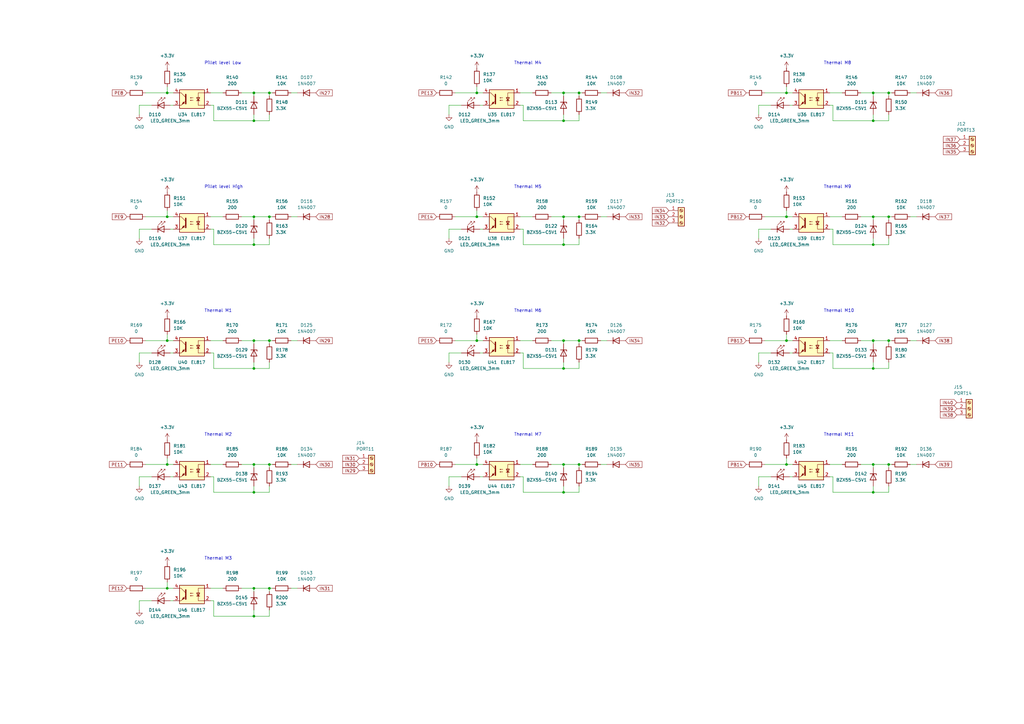
<source format=kicad_sch>
(kicad_sch (version 20211123) (generator eeschema)
  (paper "A3")
  (junction (at 110.49 139.7))
  (junction (at 364.49 190.5))
  (junction (at 322.58 190.5))
  (junction (at 104.14 38.1))
  (junction (at 68.58 88.9))
  (junction (at 231.14 190.5))
  (junction (at 104.14 139.7))
  (junction (at 364.49 88.9))
  (junction (at 110.49 38.1))
  (junction (at 358.14 100.33))
  (junction (at 358.14 201.93))
  (junction (at 68.58 241.3))
  (junction (at 364.49 139.7))
  (junction (at 68.58 38.1))
  (junction (at 237.49 139.7))
  (junction (at 195.58 88.9))
  (junction (at 195.58 38.1))
  (junction (at 195.58 190.5))
  (junction (at 237.49 88.9))
  (junction (at 237.49 190.5))
  (junction (at 358.14 49.53))
  (junction (at 104.14 252.73))
  (junction (at 231.14 151.13))
  (junction (at 231.14 100.33))
  (junction (at 110.49 190.5))
  (junction (at 104.14 88.9))
  (junction (at 104.14 151.13))
  (junction (at 104.14 190.5))
  (junction (at 358.14 190.5))
  (junction (at 358.14 151.13))
  (junction (at 231.14 38.1))
  (junction (at 231.14 201.93))
  (junction (at 195.58 139.7))
  (junction (at 322.58 38.1))
  (junction (at 231.14 88.9))
  (junction (at 322.58 139.7))
  (junction (at 358.14 139.7))
  (junction (at 364.49 38.1))
  (junction (at 110.49 241.3))
  (junction (at 237.49 38.1))
  (junction (at 104.14 201.93))
  (junction (at 231.14 49.53))
  (junction (at 104.14 241.3))
  (junction (at 322.58 88.9))
  (junction (at 68.58 139.7))
  (junction (at 231.14 139.7))
  (junction (at 104.14 100.33))
  (junction (at 358.14 38.1))
  (junction (at 358.14 88.9))
  (junction (at 104.14 49.53))
  (junction (at 68.58 190.5))
  (junction (at 110.49 88.9))
  (wire (pts (xy 364.49 46.99) (xy 364.49 49.53)))
  (wire (pts (xy 69.85 43.18) (xy 71.12 43.18)))
  (wire (pts (xy 313.69 139.7) (xy 322.58 139.7)))
  (wire (pts (xy 364.49 38.1) (xy 365.76 38.1)))
  (wire (pts (xy 104.14 199.39) (xy 104.14 201.93)))
  (wire (pts (xy 214.63 151.13) (xy 231.14 151.13)))
  (wire (pts (xy 364.49 190.5) (xy 365.76 190.5)))
  (wire (pts (xy 323.85 195.58) (xy 325.12 195.58)))
  (wire (pts (xy 184.15 144.78) (xy 189.23 144.78)))
  (wire (pts (xy 226.06 190.5) (xy 231.14 190.5)))
  (wire (pts (xy 364.49 39.37) (xy 364.49 38.1)))
  (wire (pts (xy 213.36 88.9) (xy 218.44 88.9)))
  (wire (pts (xy 231.14 39.37) (xy 231.14 38.1)))
  (wire (pts (xy 57.15 97.79) (xy 57.15 93.98)))
  (wire (pts (xy 322.58 86.36) (xy 322.58 88.9)))
  (wire (pts (xy 195.58 190.5) (xy 198.12 190.5)))
  (wire (pts (xy 99.06 38.1) (xy 104.14 38.1)))
  (wire (pts (xy 57.15 246.38) (xy 62.23 246.38)))
  (wire (pts (xy 59.69 88.9) (xy 68.58 88.9)))
  (wire (pts (xy 196.85 195.58) (xy 198.12 195.58)))
  (wire (pts (xy 110.49 88.9) (xy 111.76 88.9)))
  (wire (pts (xy 57.15 199.39) (xy 57.15 195.58)))
  (wire (pts (xy 353.06 88.9) (xy 358.14 88.9)))
  (wire (pts (xy 104.14 242.57) (xy 104.14 241.3)))
  (wire (pts (xy 226.06 38.1) (xy 231.14 38.1)))
  (wire (pts (xy 246.38 88.9) (xy 248.92 88.9)))
  (wire (pts (xy 237.49 199.39) (xy 237.49 201.93)))
  (wire (pts (xy 119.38 190.5) (xy 121.92 190.5)))
  (wire (pts (xy 195.58 187.96) (xy 195.58 190.5)))
  (wire (pts (xy 196.85 144.78) (xy 198.12 144.78)))
  (wire (pts (xy 57.15 93.98) (xy 62.23 93.98)))
  (wire (pts (xy 195.58 88.9) (xy 198.12 88.9)))
  (wire (pts (xy 195.58 86.36) (xy 195.58 88.9)))
  (wire (pts (xy 104.14 140.97) (xy 104.14 139.7)))
  (wire (pts (xy 69.85 195.58) (xy 71.12 195.58)))
  (wire (pts (xy 358.14 140.97) (xy 358.14 139.7)))
  (wire (pts (xy 231.14 90.17) (xy 231.14 88.9)))
  (wire (pts (xy 340.36 88.9) (xy 345.44 88.9)))
  (wire (pts (xy 104.14 38.1) (xy 110.49 38.1)))
  (wire (pts (xy 237.49 140.97) (xy 237.49 139.7)))
  (wire (pts (xy 68.58 38.1) (xy 71.12 38.1)))
  (wire (pts (xy 196.85 43.18) (xy 198.12 43.18)))
  (wire (pts (xy 237.49 39.37) (xy 237.49 38.1)))
  (wire (pts (xy 110.49 199.39) (xy 110.49 201.93)))
  (wire (pts (xy 322.58 187.96) (xy 322.58 190.5)))
  (wire (pts (xy 353.06 38.1) (xy 358.14 38.1)))
  (wire (pts (xy 87.63 195.58) (xy 87.63 201.93)))
  (wire (pts (xy 214.63 100.33) (xy 231.14 100.33)))
  (wire (pts (xy 195.58 35.56) (xy 195.58 38.1)))
  (wire (pts (xy 358.14 191.77) (xy 358.14 190.5)))
  (wire (pts (xy 311.15 195.58) (xy 316.23 195.58)))
  (wire (pts (xy 104.14 190.5) (xy 110.49 190.5)))
  (wire (pts (xy 231.14 191.77) (xy 231.14 190.5)))
  (wire (pts (xy 99.06 241.3) (xy 104.14 241.3)))
  (wire (pts (xy 57.15 46.99) (xy 57.15 43.18)))
  (wire (pts (xy 231.14 148.59) (xy 231.14 151.13)))
  (wire (pts (xy 87.63 151.13) (xy 104.14 151.13)))
  (wire (pts (xy 86.36 144.78) (xy 87.63 144.78)))
  (wire (pts (xy 110.49 38.1) (xy 111.76 38.1)))
  (wire (pts (xy 184.15 97.79) (xy 184.15 93.98)))
  (wire (pts (xy 186.69 190.5) (xy 195.58 190.5)))
  (wire (pts (xy 110.49 140.97) (xy 110.49 139.7)))
  (wire (pts (xy 69.85 93.98) (xy 71.12 93.98)))
  (wire (pts (xy 110.49 241.3) (xy 111.76 241.3)))
  (wire (pts (xy 68.58 86.36) (xy 68.58 88.9)))
  (wire (pts (xy 87.63 100.33) (xy 104.14 100.33)))
  (wire (pts (xy 119.38 139.7) (xy 121.92 139.7)))
  (wire (pts (xy 214.63 195.58) (xy 214.63 201.93)))
  (wire (pts (xy 87.63 246.38) (xy 87.63 252.73)))
  (wire (pts (xy 364.49 201.93) (xy 358.14 201.93)))
  (wire (pts (xy 184.15 93.98) (xy 189.23 93.98)))
  (wire (pts (xy 313.69 38.1) (xy 322.58 38.1)))
  (wire (pts (xy 195.58 137.16) (xy 195.58 139.7)))
  (wire (pts (xy 364.49 151.13) (xy 358.14 151.13)))
  (wire (pts (xy 340.36 38.1) (xy 345.44 38.1)))
  (wire (pts (xy 186.69 38.1) (xy 195.58 38.1)))
  (wire (pts (xy 213.36 139.7) (xy 218.44 139.7)))
  (wire (pts (xy 86.36 195.58) (xy 87.63 195.58)))
  (wire (pts (xy 87.63 252.73) (xy 104.14 252.73)))
  (wire (pts (xy 110.49 242.57) (xy 110.49 241.3)))
  (wire (pts (xy 311.15 148.59) (xy 311.15 144.78)))
  (wire (pts (xy 69.85 144.78) (xy 71.12 144.78)))
  (wire (pts (xy 237.49 100.33) (xy 231.14 100.33)))
  (wire (pts (xy 87.63 43.18) (xy 87.63 49.53)))
  (wire (pts (xy 86.36 38.1) (xy 91.44 38.1)))
  (wire (pts (xy 86.36 139.7) (xy 91.44 139.7)))
  (wire (pts (xy 104.14 148.59) (xy 104.14 151.13)))
  (wire (pts (xy 213.36 195.58) (xy 214.63 195.58)))
  (wire (pts (xy 323.85 43.18) (xy 325.12 43.18)))
  (wire (pts (xy 341.63 100.33) (xy 358.14 100.33)))
  (wire (pts (xy 311.15 46.99) (xy 311.15 43.18)))
  (wire (pts (xy 341.63 93.98) (xy 341.63 100.33)))
  (wire (pts (xy 237.49 190.5) (xy 238.76 190.5)))
  (wire (pts (xy 353.06 139.7) (xy 358.14 139.7)))
  (wire (pts (xy 99.06 88.9) (xy 104.14 88.9)))
  (wire (pts (xy 110.49 252.73) (xy 104.14 252.73)))
  (wire (pts (xy 226.06 88.9) (xy 231.14 88.9)))
  (wire (pts (xy 364.49 191.77) (xy 364.49 190.5)))
  (wire (pts (xy 311.15 97.79) (xy 311.15 93.98)))
  (wire (pts (xy 322.58 88.9) (xy 325.12 88.9)))
  (wire (pts (xy 373.38 139.7) (xy 375.92 139.7)))
  (wire (pts (xy 87.63 201.93) (xy 104.14 201.93)))
  (wire (pts (xy 358.14 90.17) (xy 358.14 88.9)))
  (wire (pts (xy 353.06 190.5) (xy 358.14 190.5)))
  (wire (pts (xy 110.49 49.53) (xy 104.14 49.53)))
  (wire (pts (xy 214.63 201.93) (xy 231.14 201.93)))
  (wire (pts (xy 110.49 201.93) (xy 104.14 201.93)))
  (wire (pts (xy 322.58 139.7) (xy 325.12 139.7)))
  (wire (pts (xy 231.14 139.7) (xy 237.49 139.7)))
  (wire (pts (xy 119.38 38.1) (xy 121.92 38.1)))
  (wire (pts (xy 246.38 190.5) (xy 248.92 190.5)))
  (wire (pts (xy 59.69 139.7) (xy 68.58 139.7)))
  (wire (pts (xy 184.15 43.18) (xy 189.23 43.18)))
  (wire (pts (xy 322.58 137.16) (xy 322.58 139.7)))
  (wire (pts (xy 68.58 190.5) (xy 71.12 190.5)))
  (wire (pts (xy 358.14 39.37) (xy 358.14 38.1)))
  (wire (pts (xy 231.14 38.1) (xy 237.49 38.1)))
  (wire (pts (xy 237.49 201.93) (xy 231.14 201.93)))
  (wire (pts (xy 231.14 199.39) (xy 231.14 201.93)))
  (wire (pts (xy 110.49 139.7) (xy 111.76 139.7)))
  (wire (pts (xy 86.36 190.5) (xy 91.44 190.5)))
  (wire (pts (xy 358.14 199.39) (xy 358.14 201.93)))
  (wire (pts (xy 364.49 148.59) (xy 364.49 151.13)))
  (wire (pts (xy 237.49 191.77) (xy 237.49 190.5)))
  (wire (pts (xy 104.14 139.7) (xy 110.49 139.7)))
  (wire (pts (xy 226.06 139.7) (xy 231.14 139.7)))
  (wire (pts (xy 68.58 88.9) (xy 71.12 88.9)))
  (wire (pts (xy 340.36 43.18) (xy 341.63 43.18)))
  (wire (pts (xy 364.49 90.17) (xy 364.49 88.9)))
  (wire (pts (xy 364.49 140.97) (xy 364.49 139.7)))
  (wire (pts (xy 364.49 100.33) (xy 358.14 100.33)))
  (wire (pts (xy 364.49 88.9) (xy 365.76 88.9)))
  (wire (pts (xy 311.15 93.98) (xy 316.23 93.98)))
  (wire (pts (xy 364.49 97.79) (xy 364.49 100.33)))
  (wire (pts (xy 57.15 43.18) (xy 62.23 43.18)))
  (wire (pts (xy 86.36 43.18) (xy 87.63 43.18)))
  (wire (pts (xy 57.15 250.19) (xy 57.15 246.38)))
  (wire (pts (xy 87.63 49.53) (xy 104.14 49.53)))
  (wire (pts (xy 322.58 38.1) (xy 325.12 38.1)))
  (wire (pts (xy 340.36 144.78) (xy 341.63 144.78)))
  (wire (pts (xy 214.63 43.18) (xy 214.63 49.53)))
  (wire (pts (xy 110.49 100.33) (xy 104.14 100.33)))
  (wire (pts (xy 68.58 137.16) (xy 68.58 139.7)))
  (wire (pts (xy 104.14 39.37) (xy 104.14 38.1)))
  (wire (pts (xy 237.49 90.17) (xy 237.49 88.9)))
  (wire (pts (xy 110.49 39.37) (xy 110.49 38.1)))
  (wire (pts (xy 340.36 139.7) (xy 345.44 139.7)))
  (wire (pts (xy 214.63 93.98) (xy 214.63 100.33)))
  (wire (pts (xy 86.36 241.3) (xy 91.44 241.3)))
  (wire (pts (xy 214.63 144.78) (xy 214.63 151.13)))
  (wire (pts (xy 313.69 190.5) (xy 322.58 190.5)))
  (wire (pts (xy 87.63 144.78) (xy 87.63 151.13)))
  (wire (pts (xy 57.15 144.78) (xy 62.23 144.78)))
  (wire (pts (xy 341.63 195.58) (xy 341.63 201.93)))
  (wire (pts (xy 237.49 97.79) (xy 237.49 100.33)))
  (wire (pts (xy 246.38 38.1) (xy 248.92 38.1)))
  (wire (pts (xy 231.14 46.99) (xy 231.14 49.53)))
  (wire (pts (xy 110.49 190.5) (xy 111.76 190.5)))
  (wire (pts (xy 341.63 201.93) (xy 358.14 201.93)))
  (wire (pts (xy 373.38 88.9) (xy 375.92 88.9)))
  (wire (pts (xy 68.58 187.96) (xy 68.58 190.5)))
  (wire (pts (xy 104.14 191.77) (xy 104.14 190.5)))
  (wire (pts (xy 358.14 46.99) (xy 358.14 49.53)))
  (wire (pts (xy 69.85 246.38) (xy 71.12 246.38)))
  (wire (pts (xy 59.69 190.5) (xy 68.58 190.5)))
  (wire (pts (xy 340.36 195.58) (xy 341.63 195.58)))
  (wire (pts (xy 341.63 43.18) (xy 341.63 49.53)))
  (wire (pts (xy 373.38 38.1) (xy 375.92 38.1)))
  (wire (pts (xy 313.69 88.9) (xy 322.58 88.9)))
  (wire (pts (xy 86.36 88.9) (xy 91.44 88.9)))
  (wire (pts (xy 213.36 93.98) (xy 214.63 93.98)))
  (wire (pts (xy 341.63 144.78) (xy 341.63 151.13)))
  (wire (pts (xy 86.36 246.38) (xy 87.63 246.38)))
  (wire (pts (xy 110.49 191.77) (xy 110.49 190.5)))
  (wire (pts (xy 322.58 35.56) (xy 322.58 38.1)))
  (wire (pts (xy 358.14 88.9) (xy 364.49 88.9)))
  (wire (pts (xy 68.58 139.7) (xy 71.12 139.7)))
  (wire (pts (xy 186.69 139.7) (xy 195.58 139.7)))
  (wire (pts (xy 237.49 139.7) (xy 238.76 139.7)))
  (wire (pts (xy 110.49 46.99) (xy 110.49 49.53)))
  (wire (pts (xy 322.58 190.5) (xy 325.12 190.5)))
  (wire (pts (xy 104.14 46.99) (xy 104.14 49.53)))
  (wire (pts (xy 373.38 190.5) (xy 375.92 190.5)))
  (wire (pts (xy 110.49 97.79) (xy 110.49 100.33)))
  (wire (pts (xy 237.49 88.9) (xy 238.76 88.9)))
  (wire (pts (xy 104.14 90.17) (xy 104.14 88.9)))
  (wire (pts (xy 184.15 199.39) (xy 184.15 195.58)))
  (wire (pts (xy 110.49 148.59) (xy 110.49 151.13)))
  (wire (pts (xy 231.14 97.79) (xy 231.14 100.33)))
  (wire (pts (xy 237.49 38.1) (xy 238.76 38.1)))
  (wire (pts (xy 214.63 49.53) (xy 231.14 49.53)))
  (wire (pts (xy 184.15 195.58) (xy 189.23 195.58)))
  (wire (pts (xy 59.69 241.3) (xy 68.58 241.3)))
  (wire (pts (xy 246.38 139.7) (xy 248.92 139.7)))
  (wire (pts (xy 311.15 199.39) (xy 311.15 195.58)))
  (wire (pts (xy 104.14 97.79) (xy 104.14 100.33)))
  (wire (pts (xy 87.63 93.98) (xy 87.63 100.33)))
  (wire (pts (xy 196.85 93.98) (xy 198.12 93.98)))
  (wire (pts (xy 110.49 250.19) (xy 110.49 252.73)))
  (wire (pts (xy 184.15 46.99) (xy 184.15 43.18)))
  (wire (pts (xy 119.38 241.3) (xy 121.92 241.3)))
  (wire (pts (xy 231.14 190.5) (xy 237.49 190.5)))
  (wire (pts (xy 213.36 38.1) (xy 218.44 38.1)))
  (wire (pts (xy 195.58 139.7) (xy 198.12 139.7)))
  (wire (pts (xy 358.14 148.59) (xy 358.14 151.13)))
  (wire (pts (xy 364.49 199.39) (xy 364.49 201.93)))
  (wire (pts (xy 104.14 88.9) (xy 110.49 88.9)))
  (wire (pts (xy 231.14 140.97) (xy 231.14 139.7)))
  (wire (pts (xy 110.49 151.13) (xy 104.14 151.13)))
  (wire (pts (xy 237.49 151.13) (xy 231.14 151.13)))
  (wire (pts (xy 358.14 97.79) (xy 358.14 100.33)))
  (wire (pts (xy 364.49 139.7) (xy 365.76 139.7)))
  (wire (pts (xy 57.15 195.58) (xy 62.23 195.58)))
  (wire (pts (xy 341.63 49.53) (xy 358.14 49.53)))
  (wire (pts (xy 323.85 93.98) (xy 325.12 93.98)))
  (wire (pts (xy 311.15 43.18) (xy 316.23 43.18)))
  (wire (pts (xy 358.14 190.5) (xy 364.49 190.5)))
  (wire (pts (xy 99.06 190.5) (xy 104.14 190.5)))
  (wire (pts (xy 110.49 90.17) (xy 110.49 88.9)))
  (wire (pts (xy 104.14 241.3) (xy 110.49 241.3)))
  (wire (pts (xy 68.58 238.76) (xy 68.58 241.3)))
  (wire (pts (xy 237.49 148.59) (xy 237.49 151.13)))
  (wire (pts (xy 358.14 139.7) (xy 364.49 139.7)))
  (wire (pts (xy 68.58 241.3) (xy 71.12 241.3)))
  (wire (pts (xy 340.36 190.5) (xy 345.44 190.5)))
  (wire (pts (xy 237.49 49.53) (xy 231.14 49.53)))
  (wire (pts (xy 86.36 93.98) (xy 87.63 93.98)))
  (wire (pts (xy 57.15 148.59) (xy 57.15 144.78)))
  (wire (pts (xy 341.63 151.13) (xy 358.14 151.13)))
  (wire (pts (xy 323.85 144.78) (xy 325.12 144.78)))
  (wire (pts (xy 213.36 190.5) (xy 218.44 190.5)))
  (wire (pts (xy 213.36 144.78) (xy 214.63 144.78)))
  (wire (pts (xy 231.14 88.9) (xy 237.49 88.9)))
  (wire (pts (xy 311.15 144.78) (xy 316.23 144.78)))
  (wire (pts (xy 358.14 38.1) (xy 364.49 38.1)))
  (wire (pts (xy 237.49 46.99) (xy 237.49 49.53)))
  (wire (pts (xy 59.69 38.1) (xy 68.58 38.1)))
  (wire (pts (xy 340.36 93.98) (xy 341.63 93.98)))
  (wire (pts (xy 99.06 139.7) (xy 104.14 139.7)))
  (wire (pts (xy 119.38 88.9) (xy 121.92 88.9)))
  (wire (pts (xy 68.58 35.56) (xy 68.58 38.1)))
  (wire (pts (xy 184.15 148.59) (xy 184.15 144.78)))
  (wire (pts (xy 213.36 43.18) (xy 214.63 43.18)))
  (wire (pts (xy 186.69 88.9) (xy 195.58 88.9)))
  (wire (pts (xy 364.49 49.53) (xy 358.14 49.53)))
  (wire (pts (xy 104.14 250.19) (xy 104.14 252.73)))
  (wire (pts (xy 195.58 38.1) (xy 198.12 38.1)))
  (text "Pillet level Low" (at 83.82 26.67 0) (effects (font (size 1.27 1.27)) (justify left bottom)))
  (text "Thermal M6" (at 210.82 128.27 0) (effects (font (size 1.27 1.27)) (justify left bottom)))
  (text "Pillet level High" (at 83.82 77.47 0) (effects (font (size 1.27 1.27)) (justify left bottom)))
  (text "Thermal M1" (at 83.82 128.27 0) (effects (font (size 1.27 1.27)) (justify left bottom)))
  (text "Thermal M3" (at 83.82 229.87 0) (effects (font (size 1.27 1.27)) (justify left bottom)))
  (text "Thermal M8" (at 337.82 26.67 0) (effects (font (size 1.27 1.27)) (justify left bottom)))
  (text "Thermal M4" (at 210.82 26.67 0) (effects (font (size 1.27 1.27)) (justify left bottom)))
  (text "Thermal M5" (at 210.82 77.47 0) (effects (font (size 1.27 1.27)) (justify left bottom)))
  (text "Thermal M10" (at 337.82 128.27 0) (effects (font (size 1.27 1.27)) (justify left bottom)))
  (text "Thermal M7" (at 210.82 179.07 0) (effects (font (size 1.27 1.27)) (justify left bottom)))
  (text "Thermal M11" (at 337.82 179.07 0) (effects (font (size 1.27 1.27)) (justify left bottom)))
  (text "Thermal M2" (at 83.82 179.07 0) (effects (font (size 1.27 1.27)) (justify left bottom)))
  (text "Thermal M9" (at 337.82 77.47 0) (effects (font (size 1.27 1.27)) (justify left bottom)))
  (global_label "PE8" (shape input) (at 52.07 38.1 180) (property "Intersheet References" "${INTERSHEET_REFS}" (effects hide)))
  (global_label "PE12" (shape input) (at 52.07 241.3 180) (property "Intersheet References" "${INTERSHEET_REFS}" (effects hide)))
  (global_label "IN29" (shape input) (at 147.32 193.04 180) (property "Intersheet References" "${INTERSHEET_REFS}" (effects hide)))
  (global_label "PE10" (shape input) (at 52.07 139.7 180) (property "Intersheet References" "${INTERSHEET_REFS}" (effects hide)))
  (global_label "IN27" (shape input) (at 129.54 38.1 0) (property "Intersheet References" "${INTERSHEET_REFS}" (effects hide)))
  (global_label "IN28" (shape input) (at 129.54 88.9 0) (property "Intersheet References" "${INTERSHEET_REFS}" (effects hide)))
  (global_label "IN30" (shape input) (at 147.32 190.5 180) (property "Intersheet References" "${INTERSHEET_REFS}" (effects hide)))
  (global_label "IN35" (shape input) (at 393.7 62.23 180) (property "Intersheet References" "${INTERSHEET_REFS}" (effects hide)))
  (global_label "IN37" (shape input) (at 393.7 57.15 180) (property "Intersheet References" "${INTERSHEET_REFS}" (effects hide)))
  (global_label "IN39" (shape input) (at 383.54 190.5 0) (property "Intersheet References" "${INTERSHEET_REFS}" (effects hide)))
  (global_label "IN38" (shape input) (at 392.43 170.18 180) (property "Intersheet References" "${INTERSHEET_REFS}" (effects hide)))
  (global_label "IN30" (shape input) (at 129.54 190.5 0) (property "Intersheet References" "${INTERSHEET_REFS}" (effects hide)))
  (global_label "IN37" (shape input) (at 383.54 88.9 0) (property "Intersheet References" "${INTERSHEET_REFS}" (effects hide)))
  (global_label "IN39" (shape input) (at 392.43 167.64 180) (property "Intersheet References" "${INTERSHEET_REFS}" (effects hide)))
  (global_label "PB13" (shape input) (at 306.07 139.7 180) (property "Intersheet References" "${INTERSHEET_REFS}" (effects hide)))
  (global_label "IN38" (shape input) (at 383.54 139.7 0) (property "Intersheet References" "${INTERSHEET_REFS}" (effects hide)))
  (global_label "IN36" (shape input) (at 393.7 59.69 180) (property "Intersheet References" "${INTERSHEET_REFS}" (effects hide)))
  (global_label "PB10" (shape input) (at 179.07 190.5 180) (property "Intersheet References" "${INTERSHEET_REFS}" (effects hide)))
  (global_label "IN31" (shape input) (at 147.32 187.96 180) (property "Intersheet References" "${INTERSHEET_REFS}" (effects hide)))
  (global_label "IN31" (shape input) (at 129.54 241.3 0) (property "Intersheet References" "${INTERSHEET_REFS}" (effects hide)))
  (global_label "PE15" (shape input) (at 179.07 139.7 180) (property "Intersheet References" "${INTERSHEET_REFS}" (effects hide)))
  (global_label "IN33" (shape input) (at 256.54 88.9 0) (property "Intersheet References" "${INTERSHEET_REFS}" (effects hide)))
  (global_label "PB12" (shape input) (at 306.07 88.9 180) (property "Intersheet References" "${INTERSHEET_REFS}" (effects hide)))
  (global_label "IN33" (shape input) (at 274.32 88.9 180) (property "Intersheet References" "${INTERSHEET_REFS}" (effects hide)))
  (global_label "PB14" (shape input) (at 306.07 190.5 180) (property "Intersheet References" "${INTERSHEET_REFS}" (effects hide)))
  (global_label "IN34" (shape input) (at 274.32 86.36 180) (property "Intersheet References" "${INTERSHEET_REFS}" (effects hide)))
  (global_label "IN32" (shape input) (at 256.54 38.1 0) (property "Intersheet References" "${INTERSHEET_REFS}" (effects hide)))
  (global_label "IN36" (shape input) (at 383.54 38.1 0) (property "Intersheet References" "${INTERSHEET_REFS}" (effects hide)))
  (global_label "PE11" (shape input) (at 52.07 190.5 180) (property "Intersheet References" "${INTERSHEET_REFS}" (effects hide)))
  (global_label "IN29" (shape input) (at 129.54 139.7 0) (property "Intersheet References" "${INTERSHEET_REFS}" (effects hide)))
  (global_label "PE9" (shape input) (at 52.07 88.9 180) (property "Intersheet References" "${INTERSHEET_REFS}" (effects hide)))
  (global_label "IN40" (shape input) (at 392.43 165.1 180) (property "Intersheet References" "${INTERSHEET_REFS}" (effects hide)))
  (global_label "IN35" (shape input) (at 256.54 190.5 0) (property "Intersheet References" "${INTERSHEET_REFS}" (effects hide)))
  (global_label "IN34" (shape input) (at 256.54 139.7 0) (property "Intersheet References" "${INTERSHEET_REFS}" (effects hide)))
  (global_label "PE13" (shape input) (at 179.07 38.1 180) (property "Intersheet References" "${INTERSHEET_REFS}" (effects hide)))
  (global_label "IN32" (shape input) (at 274.32 91.44 180) (property "Intersheet References" "${INTERSHEET_REFS}" (effects hide)))
  (global_label "PE14" (shape input) (at 179.07 88.9 180) (property "Intersheet References" "${INTERSHEET_REFS}" (effects hide)))
  (global_label "PB11" (shape input) (at 306.07 38.1 180) (property "Intersheet References" "${INTERSHEET_REFS}" (effects hide)))
  (symbol (lib_id "Device:R") (at 182.88 38.1 90) (unit 1)
    (property "Reference" "R142" (at 182.88 31.75 90))
    (property "Value" "0" (at 182.88 34.29 90))
    (property "Footprint" "Resistor_SMD:R_0805_2012Metric" (effects hide))
  )
  (symbol (lib_id "Isolator:EL817") (at 78.74 142.24 0) (mirror y) (unit 1)
    (property "Reference" "U40" (at 74.93 148.59 0))
    (property "Value" "EL817" (at 81.28 148.59 0))
    (property "Footprint" "Package_DIP:DIP-4_W7.62mm" (effects hide))
    (property "Datasheet" "http://www.everlight.com/file/ProductFile/EL817.pdf" (effects hide))
  )
  (symbol (lib_id "power:GND") (at 184.15 46.99 0) (unit 1)
    (property "Reference" "#PWR083" (effects hide))
    (property "Value" "GND" (at 184.15 52.07 0))
  )
  (symbol (lib_id "Device:R") (at 242.57 88.9 90) (unit 1)
    (property "Reference" "R159" (at 242.57 82.55 90))
    (property "Value" "10K" (at 242.57 85.09 90))
    (property "Footprint" "Resistor_SMD:R_2512_6332Metric" (effects hide))
  )
  (symbol (lib_id "Device:R") (at 349.25 139.7 90) (unit 1)
    (property "Reference" "R176" (at 349.25 133.35 90))
    (property "Value" "200" (at 349.25 135.89 90))
    (property "Footprint" "Resistor_SMD:R_0805_2012Metric" (effects hide))
  )
  (symbol (lib_id "Isolator:EL817") (at 332.74 91.44 0) (mirror y) (unit 1)
    (property "Reference" "U39" (at 328.93 97.79 0))
    (property "Value" "EL817" (at 335.28 97.79 0))
    (property "Footprint" "Package_DIP:DIP-4_W7.62mm" (effects hide))
    (property "Datasheet" "http://www.everlight.com/file/ProductFile/EL817.pdf" (effects hide))
  )
  (symbol (lib_id "Device:R") (at 110.49 93.98 0) (unit 1)
    (property "Reference" "R163" (at 113.03 92.7099 0) (effects (justify left)))
    (property "Value" "3.3K" (at 113.03 95.2499 0) (effects (justify left)))
    (property "Footprint" "Resistor_SMD:R_1206_3216Metric" (effects hide))
  )
  (symbol (lib_id "Isolator:EL817") (at 332.74 40.64 0) (mirror y) (unit 1)
    (property "Reference" "U36" (at 328.93 46.99 0))
    (property "Value" "EL817" (at 335.28 46.99 0))
    (property "Footprint" "Package_DIP:DIP-4_W7.62mm" (effects hide))
    (property "Datasheet" "http://www.everlight.com/file/ProductFile/EL817.pdf" (effects hide))
  )
  (symbol (lib_id "Device:R") (at 115.57 241.3 90) (unit 1)
    (property "Reference" "R199" (at 115.57 234.95 90))
    (property "Value" "10K" (at 115.57 237.49 90))
    (property "Footprint" "Resistor_SMD:R_2512_6332Metric" (effects hide))
  )
  (symbol (lib_id "Device:R") (at 309.88 38.1 90) (unit 1)
    (property "Reference" "R145" (at 309.88 31.75 90))
    (property "Value" "0" (at 309.88 34.29 90))
    (property "Footprint" "Resistor_SMD:R_0805_2012Metric" (effects hide))
  )
  (symbol (lib_id "power:+3.3V") (at 322.58 129.54 0) (unit 1)
    (property "Reference" "#PWR093" (effects hide))
    (property "Value" "+3.3V" (at 322.58 124.46 0))
  )
  (symbol (lib_id "Connector:Screw_Terminal_01x03") (at 398.78 59.69 0) (unit 1)
    (property "Reference" "J12" (at 392.43 50.8 0) (effects (justify left)))
    (property "Value" "PORT13" (at 392.43 53.34 0) (effects (justify left)))
    (property "Footprint" "MY_LIBRARYS:DG306-5.0-03P-12-00A" (effects hide))
  )
  (symbol (lib_id "Isolator:EL817") (at 205.74 193.04 0) (mirror y) (unit 1)
    (property "Reference" "U44" (at 201.93 199.39 0))
    (property "Value" "EL817" (at 208.28 199.39 0))
    (property "Footprint" "Package_DIP:DIP-4_W7.62mm" (effects hide))
    (property "Datasheet" "http://www.everlight.com/file/ProductFile/EL817.pdf" (effects hide))
  )
  (symbol (lib_id "Device:D_Zener") (at 358.14 195.58 270) (unit 1)
    (property "Reference" "D142" (at 350.52 194.31 90) (effects (justify left)))
    (property "Value" "BZX55-C5V1" (at 342.9 196.85 90) (effects (justify left)))
    (property "Footprint" "Diode_THT:D_DO-35_SOD27_P2.54mm_Vertical_AnodeUp" (effects hide))
  )
  (symbol (lib_id "Device:R") (at 349.25 38.1 90) (unit 1)
    (property "Reference" "R146" (at 349.25 31.75 90))
    (property "Value" "200" (at 349.25 34.29 90))
    (property "Footprint" "Resistor_SMD:R_0805_2012Metric" (effects hide))
  )
  (symbol (lib_id "Isolator:EL817") (at 332.74 193.04 0) (mirror y) (unit 1)
    (property "Reference" "U45" (at 328.93 199.39 0))
    (property "Value" "EL817" (at 335.28 199.39 0))
    (property "Footprint" "Package_DIP:DIP-4_W7.62mm" (effects hide))
    (property "Datasheet" "http://www.everlight.com/file/ProductFile/EL817.pdf" (effects hide))
  )
  (symbol (lib_id "power:GND") (at 57.15 199.39 0) (unit 1)
    (property "Reference" "#PWR0100" (effects hide))
    (property "Value" "GND" (at 57.15 204.47 0))
  )
  (symbol (lib_id "Device:R") (at 222.25 88.9 90) (unit 1)
    (property "Reference" "R158" (at 222.25 82.55 90))
    (property "Value" "200" (at 222.25 85.09 90))
    (property "Footprint" "Resistor_SMD:R_0805_2012Metric" (effects hide))
  )
  (symbol (lib_id "Device:R") (at 68.58 184.15 0) (unit 1)
    (property "Reference" "R181" (at 71.12 182.8799 0) (effects (justify left)))
    (property "Value" "10K" (at 71.12 185.4199 0) (effects (justify left)))
    (property "Footprint" "Resistor_SMD:R_0805_2012Metric" (effects hide))
  )
  (symbol (lib_id "Device:R") (at 55.88 190.5 90) (unit 1)
    (property "Reference" "R184" (at 55.88 184.15 90))
    (property "Value" "0" (at 55.88 186.69 90))
    (property "Footprint" "Resistor_SMD:R_0805_2012Metric" (effects hide))
  )
  (symbol (lib_id "power:GND") (at 311.15 148.59 0) (unit 1)
    (property "Reference" "#PWR096" (effects hide))
    (property "Value" "GND" (at 311.15 153.67 0))
  )
  (symbol (lib_id "Device:R") (at 68.58 133.35 0) (unit 1)
    (property "Reference" "R166" (at 71.12 132.0799 0) (effects (justify left)))
    (property "Value" "10K" (at 71.12 134.6199 0) (effects (justify left)))
    (property "Footprint" "Resistor_SMD:R_0805_2012Metric" (effects hide))
  )
  (symbol (lib_id "Device:D_Zener") (at 104.14 195.58 270) (unit 1)
    (property "Reference" "D138" (at 96.52 194.31 90) (effects (justify left)))
    (property "Value" "BZX55-C5V1" (at 88.9 196.85 90) (effects (justify left)))
    (property "Footprint" "Diode_THT:D_DO-35_SOD27_P2.54mm_Vertical_AnodeUp" (effects hide))
  )
  (symbol (lib_id "power:GND") (at 311.15 46.99 0) (unit 1)
    (property "Reference" "#PWR084" (effects hide))
    (property "Value" "GND" (at 311.15 52.07 0))
  )
  (symbol (lib_id "Device:R") (at 95.25 241.3 90) (unit 1)
    (property "Reference" "R198" (at 95.25 234.95 90))
    (property "Value" "200" (at 95.25 237.49 90))
    (property "Footprint" "Resistor_SMD:R_0805_2012Metric" (effects hide))
  )
  (symbol (lib_id "Device:R") (at 55.88 88.9 90) (unit 1)
    (property "Reference" "R154" (at 55.88 82.55 90))
    (property "Value" "0" (at 55.88 85.09 90))
    (property "Footprint" "Resistor_SMD:R_0805_2012Metric" (effects hide))
  )
  (symbol (lib_id "Device:R") (at 110.49 43.18 0) (unit 1)
    (property "Reference" "R148" (at 113.03 41.9099 0) (effects (justify left)))
    (property "Value" "3.3K" (at 113.03 44.4499 0) (effects (justify left)))
    (property "Footprint" "Resistor_SMD:R_1206_3216Metric" (effects hide))
  )
  (symbol (lib_id "Isolator:EL817") (at 78.74 243.84 0) (mirror y) (unit 1)
    (property "Reference" "U46" (at 74.93 250.19 0))
    (property "Value" "EL817" (at 81.28 250.19 0))
    (property "Footprint" "Package_DIP:DIP-4_W7.62mm" (effects hide))
    (property "Datasheet" "http://www.everlight.com/file/ProductFile/EL817.pdf" (effects hide))
  )
  (symbol (lib_id "Device:R") (at 322.58 31.75 0) (unit 1)
    (property "Reference" "R138" (at 325.12 30.4799 0) (effects (justify left)))
    (property "Value" "10K" (at 325.12 33.0199 0) (effects (justify left)))
    (property "Footprint" "Resistor_SMD:R_0805_2012Metric" (effects hide))
  )
  (symbol (lib_id "LED:IR204A") (at 67.31 246.38 0) (unit 1)
    (property "Reference" "D144" (at 63.5 250.19 0))
    (property "Value" "LED_GREEN_3mm" (at 69.85 252.73 0))
    (property "Footprint" "LED_THT:LED_D3.0mm" (effects hide))
    (property "Datasheet" "http://www.everlight.com/file/ProductFile/IR204-A.pdf" (effects hide))
  )
  (symbol (lib_id "Device:R") (at 55.88 241.3 90) (unit 1)
    (property "Reference" "R197" (at 55.88 234.95 90))
    (property "Value" "0" (at 55.88 237.49 90))
    (property "Footprint" "Resistor_SMD:R_0805_2012Metric" (effects hide))
  )
  (symbol (lib_id "Device:R") (at 369.57 88.9 90) (unit 1)
    (property "Reference" "R162" (at 369.57 82.55 90))
    (property "Value" "10K" (at 369.57 85.09 90))
    (property "Footprint" "Resistor_SMD:R_2512_6332Metric" (effects hide))
  )
  (symbol (lib_id "Device:R") (at 349.25 190.5 90) (unit 1)
    (property "Reference" "R191" (at 349.25 184.15 90))
    (property "Value" "200" (at 349.25 186.69 90))
    (property "Footprint" "Resistor_SMD:R_0805_2012Metric" (effects hide))
  )
  (symbol (lib_id "Diode:1N4007") (at 125.73 38.1 0) (unit 1)
    (property "Reference" "D107" (at 125.73 31.75 0))
    (property "Value" "1N4007" (at 125.73 34.29 0))
    (property "Footprint" "Diode_THT:D_DO-41_SOD81_P10.16mm_Horizontal" (effects hide))
    (property "Datasheet" "http://www.vishay.com/docs/88503/1n4001.pdf" (effects hide))
  )
  (symbol (lib_id "Device:R") (at 195.58 31.75 0) (unit 1)
    (property "Reference" "R137" (at 198.12 30.4799 0) (effects (justify left)))
    (property "Value" "10K" (at 198.12 33.0199 0) (effects (justify left)))
    (property "Footprint" "Resistor_SMD:R_0805_2012Metric" (effects hide))
  )
  (symbol (lib_id "Isolator:EL817") (at 78.74 91.44 0) (mirror y) (unit 1)
    (property "Reference" "U37" (at 74.93 97.79 0))
    (property "Value" "EL817" (at 81.28 97.79 0))
    (property "Footprint" "Package_DIP:DIP-4_W7.62mm" (effects hide))
    (property "Datasheet" "http://www.everlight.com/file/ProductFile/EL817.pdf" (effects hide))
  )
  (symbol (lib_id "Device:R") (at 237.49 93.98 0) (unit 1)
    (property "Reference" "R164" (at 240.03 92.7099 0) (effects (justify left)))
    (property "Value" "3.3K" (at 240.03 95.2499 0) (effects (justify left)))
    (property "Footprint" "Resistor_SMD:R_1206_3216Metric" (effects hide))
  )
  (symbol (lib_id "LED:IR204A") (at 67.31 195.58 0) (unit 1)
    (property "Reference" "D137" (at 63.5 199.39 0))
    (property "Value" "LED_GREEN_3mm" (at 69.85 201.93 0))
    (property "Footprint" "LED_THT:LED_D3.0mm" (effects hide))
    (property "Datasheet" "http://www.everlight.com/file/ProductFile/IR204-A.pdf" (effects hide))
  )
  (symbol (lib_id "Device:R") (at 322.58 184.15 0) (unit 1)
    (property "Reference" "R183" (at 325.12 182.8799 0) (effects (justify left)))
    (property "Value" "10K" (at 325.12 185.4199 0) (effects (justify left)))
    (property "Footprint" "Resistor_SMD:R_0805_2012Metric" (effects hide))
  )
  (symbol (lib_id "LED:IR204A") (at 67.31 43.18 0) (unit 1)
    (property "Reference" "D110" (at 63.5 46.99 0))
    (property "Value" "LED_GREEN_3mm" (at 69.85 49.53 0))
    (property "Footprint" "LED_THT:LED_D3.0mm" (effects hide))
    (property "Datasheet" "http://www.everlight.com/file/ProductFile/IR204-A.pdf" (effects hide))
  )
  (symbol (lib_id "Device:D_Zener") (at 104.14 144.78 270) (unit 1)
    (property "Reference" "D129" (at 96.52 143.51 90) (effects (justify left)))
    (property "Value" "BZX55-C5V1" (at 88.9 146.05 90) (effects (justify left)))
    (property "Footprint" "Diode_THT:D_DO-35_SOD27_P2.54mm_Vertical_AnodeUp" (effects hide))
  )
  (symbol (lib_id "Device:R") (at 309.88 190.5 90) (unit 1)
    (property "Reference" "R190" (at 309.88 184.15 90))
    (property "Value" "0" (at 309.88 186.69 90))
    (property "Footprint" "Resistor_SMD:R_0805_2012Metric" (effects hide))
  )
  (symbol (lib_id "Device:R") (at 369.57 38.1 90) (unit 1)
    (property "Reference" "R147" (at 369.57 31.75 90))
    (property "Value" "10K" (at 369.57 34.29 90))
    (property "Footprint" "Resistor_SMD:R_2512_6332Metric" (effects hide))
  )
  (symbol (lib_id "Diode:1N4007") (at 125.73 139.7 0) (unit 1)
    (property "Reference" "D125" (at 125.73 133.35 0))
    (property "Value" "1N4007" (at 125.73 135.89 0))
    (property "Footprint" "Diode_THT:D_DO-41_SOD81_P10.16mm_Horizontal" (effects hide))
    (property "Datasheet" "http://www.vishay.com/docs/88503/1n4001.pdf" (effects hide))
  )
  (symbol (lib_id "Diode:1N4007") (at 379.73 88.9 0) (unit 1)
    (property "Reference" "D118" (at 379.73 82.55 0))
    (property "Value" "1N4007" (at 379.73 85.09 0))
    (property "Footprint" "Diode_THT:D_DO-41_SOD81_P10.16mm_Horizontal" (effects hide))
    (property "Datasheet" "http://www.vishay.com/docs/88503/1n4001.pdf" (effects hide))
  )
  (symbol (lib_id "Isolator:EL817") (at 205.74 142.24 0) (mirror y) (unit 1)
    (property "Reference" "U41" (at 201.93 148.59 0))
    (property "Value" "EL817" (at 208.28 148.59 0))
    (property "Footprint" "Package_DIP:DIP-4_W7.62mm" (effects hide))
    (property "Datasheet" "http://www.everlight.com/file/ProductFile/EL817.pdf" (effects hide))
  )
  (symbol (lib_id "power:GND") (at 311.15 199.39 0) (unit 1)
    (property "Reference" "#PWR0102" (effects hide))
    (property "Value" "GND" (at 311.15 204.47 0))
  )
  (symbol (lib_id "LED:IR204A") (at 321.31 195.58 0) (unit 1)
    (property "Reference" "D141" (at 317.5 199.39 0))
    (property "Value" "LED_GREEN_3mm" (at 323.85 201.93 0))
    (property "Footprint" "LED_THT:LED_D3.0mm" (effects hide))
    (property "Datasheet" "http://www.everlight.com/file/ProductFile/IR204-A.pdf" (effects hide))
  )
  (symbol (lib_id "Device:D_Zener") (at 358.14 93.98 270) (unit 1)
    (property "Reference" "D124" (at 350.52 92.71 90) (effects (justify left)))
    (property "Value" "BZX55-C5V1" (at 342.9 95.25 90) (effects (justify left)))
    (property "Footprint" "Diode_THT:D_DO-35_SOD27_P2.54mm_Vertical_AnodeUp" (effects hide))
  )
  (symbol (lib_id "LED:IR204A") (at 194.31 195.58 0) (unit 1)
    (property "Reference" "D139" (at 190.5 199.39 0))
    (property "Value" "LED_GREEN_3mm" (at 196.85 201.93 0))
    (property "Footprint" "LED_THT:LED_D3.0mm" (effects hide))
    (property "Datasheet" "http://www.everlight.com/file/ProductFile/IR204-A.pdf" (effects hide))
  )
  (symbol (lib_id "Device:R") (at 369.57 139.7 90) (unit 1)
    (property "Reference" "R177" (at 369.57 133.35 90))
    (property "Value" "10K" (at 369.57 135.89 90))
    (property "Footprint" "Resistor_SMD:R_2512_6332Metric" (effects hide))
  )
  (symbol (lib_id "power:+3.3V") (at 195.58 27.94 0) (unit 1)
    (property "Reference" "#PWR080" (effects hide))
    (property "Value" "+3.3V" (at 195.58 22.86 0))
  )
  (symbol (lib_id "Device:R") (at 195.58 184.15 0) (unit 1)
    (property "Reference" "R182" (at 198.12 182.8799 0) (effects (justify left)))
    (property "Value" "10K" (at 198.12 185.4199 0) (effects (justify left)))
    (property "Footprint" "Resistor_SMD:R_0805_2012Metric" (effects hide))
  )
  (symbol (lib_id "Connector:Screw_Terminal_01x03") (at 279.4 88.9 0) (unit 1)
    (property "Reference" "J13" (at 273.05 80.01 0) (effects (justify left)))
    (property "Value" "PORT12" (at 273.05 82.55 0) (effects (justify left)))
    (property "Footprint" "MY_LIBRARYS:DG306-5.0-03P-12-00A" (effects hide))
  )
  (symbol (lib_id "Connector:Screw_Terminal_01x03") (at 397.51 167.64 0) (unit 1)
    (property "Reference" "J15" (at 391.16 158.75 0) (effects (justify left)))
    (property "Value" "PORT14" (at 391.16 161.29 0) (effects (justify left)))
    (property "Footprint" "MY_LIBRARYS:DG306-5.0-03P-12-00A" (effects hide))
  )
  (symbol (lib_id "Device:D_Zener") (at 358.14 144.78 270) (unit 1)
    (property "Reference" "D133" (at 350.52 143.51 90) (effects (justify left)))
    (property "Value" "BZX55-C5V1" (at 342.9 146.05 90) (effects (justify left)))
    (property "Footprint" "Diode_THT:D_DO-35_SOD27_P2.54mm_Vertical_AnodeUp" (effects hide))
  )
  (symbol (lib_id "Device:R") (at 110.49 246.38 0) (unit 1)
    (property "Reference" "R200" (at 113.03 245.1099 0) (effects (justify left)))
    (property "Value" "3.3K" (at 113.03 247.6499 0) (effects (justify left)))
    (property "Footprint" "Resistor_SMD:R_1206_3216Metric" (effects hide))
  )
  (symbol (lib_id "LED:IR204A") (at 321.31 93.98 0) (unit 1)
    (property "Reference" "D123" (at 317.5 97.79 0))
    (property "Value" "LED_GREEN_3mm" (at 323.85 100.33 0))
    (property "Footprint" "LED_THT:LED_D3.0mm" (effects hide))
    (property "Datasheet" "http://www.everlight.com/file/ProductFile/IR204-A.pdf" (effects hide))
  )
  (symbol (lib_id "Device:R") (at 182.88 88.9 90) (unit 1)
    (property "Reference" "R157" (at 182.88 82.55 90))
    (property "Value" "0" (at 182.88 85.09 90))
    (property "Footprint" "Resistor_SMD:R_0805_2012Metric" (effects hide))
  )
  (symbol (lib_id "Device:D_Zener") (at 358.14 43.18 270) (unit 1)
    (property "Reference" "D115" (at 350.52 41.91 90) (effects (justify left)))
    (property "Value" "BZX55-C5V1" (at 342.9 44.45 90) (effects (justify left)))
    (property "Footprint" "Diode_THT:D_DO-35_SOD27_P2.54mm_Vertical_AnodeUp" (effects hide))
  )
  (symbol (lib_id "power:GND") (at 184.15 97.79 0) (unit 1)
    (property "Reference" "#PWR089" (effects hide))
    (property "Value" "GND" (at 184.15 102.87 0))
  )
  (symbol (lib_id "Device:R") (at 55.88 139.7 90) (unit 1)
    (property "Reference" "R169" (at 55.88 133.35 90))
    (property "Value" "0" (at 55.88 135.89 90))
    (property "Footprint" "Resistor_SMD:R_0805_2012Metric" (effects hide))
  )
  (symbol (lib_id "Device:R") (at 322.58 82.55 0) (unit 1)
    (property "Reference" "R153" (at 325.12 81.2799 0) (effects (justify left)))
    (property "Value" "10K" (at 325.12 83.8199 0) (effects (justify left)))
    (property "Footprint" "Resistor_SMD:R_0805_2012Metric" (effects hide))
  )
  (symbol (lib_id "Isolator:EL817") (at 332.74 142.24 0) (mirror y) (unit 1)
    (property "Reference" "U42" (at 328.93 148.59 0))
    (property "Value" "EL817" (at 335.28 148.59 0))
    (property "Footprint" "Package_DIP:DIP-4_W7.62mm" (effects hide))
    (property "Datasheet" "http://www.everlight.com/file/ProductFile/EL817.pdf" (effects hide))
  )
  (symbol (lib_id "Device:R") (at 364.49 195.58 0) (unit 1)
    (property "Reference" "R195" (at 367.03 194.3099 0) (effects (justify left)))
    (property "Value" "3.3K" (at 367.03 196.8499 0) (effects (justify left)))
    (property "Footprint" "Resistor_SMD:R_1206_3216Metric" (effects hide))
  )
  (symbol (lib_id "Isolator:EL817") (at 78.74 40.64 0) (mirror y) (unit 1)
    (property "Reference" "U34" (at 74.93 46.99 0))
    (property "Value" "EL817" (at 81.28 46.99 0))
    (property "Footprint" "Package_DIP:DIP-4_W7.62mm" (effects hide))
    (property "Datasheet" "http://www.everlight.com/file/ProductFile/EL817.pdf" (effects hide))
  )
  (symbol (lib_id "Device:R") (at 364.49 43.18 0) (unit 1)
    (property "Reference" "R150" (at 367.03 41.9099 0) (effects (justify left)))
    (property "Value" "3.3K" (at 367.03 44.4499 0) (effects (justify left)))
    (property "Footprint" "Resistor_SMD:R_1206_3216Metric" (effects hide))
  )
  (symbol (lib_id "LED:IR204A") (at 321.31 144.78 0) (unit 1)
    (property "Reference" "D132" (at 317.5 148.59 0))
    (property "Value" "LED_GREEN_3mm" (at 323.85 151.13 0))
    (property "Footprint" "LED_THT:LED_D3.0mm" (effects hide))
    (property "Datasheet" "http://www.everlight.com/file/ProductFile/IR204-A.pdf" (effects hide))
  )
  (symbol (lib_id "power:+3.3V") (at 195.58 78.74 0) (unit 1)
    (property "Reference" "#PWR086" (effects hide))
    (property "Value" "+3.3V" (at 195.58 73.66 0))
  )
  (symbol (lib_id "LED:IR204A") (at 67.31 144.78 0) (unit 1)
    (property "Reference" "D128" (at 63.5 148.59 0))
    (property "Value" "LED_GREEN_3mm" (at 69.85 151.13 0))
    (property "Footprint" "LED_THT:LED_D3.0mm" (effects hide))
    (property "Datasheet" "http://www.everlight.com/file/ProductFile/IR204-A.pdf" (effects hide))
  )
  (symbol (lib_id "Device:D_Zener") (at 104.14 246.38 270) (unit 1)
    (property "Reference" "D145" (at 96.52 245.11 90) (effects (justify left)))
    (property "Value" "BZX55-C5V1" (at 88.9 247.65 90) (effects (justify left)))
    (property "Footprint" "Diode_THT:D_DO-35_SOD27_P2.54mm_Vertical_AnodeUp" (effects hide))
  )
  (symbol (lib_id "Device:D_Zener") (at 231.14 43.18 270) (unit 1)
    (property "Reference" "D113" (at 223.52 41.91 90) (effects (justify left)))
    (property "Value" "BZX55-C5V1" (at 215.9 44.45 90) (effects (justify left)))
    (property "Footprint" "Diode_THT:D_DO-35_SOD27_P2.54mm_Vertical_AnodeUp" (effects hide))
  )
  (symbol (lib_id "power:GND") (at 57.15 97.79 0) (unit 1)
    (property "Reference" "#PWR088" (effects hide))
    (property "Value" "GND" (at 57.15 102.87 0))
  )
  (symbol (lib_id "power:+3.3V") (at 195.58 129.54 0) (unit 1)
    (property "Reference" "#PWR092" (effects hide))
    (property "Value" "+3.3V" (at 195.58 124.46 0))
  )
  (symbol (lib_id "power:GND") (at 57.15 250.19 0) (unit 1)
    (property "Reference" "#PWR0104" (effects hide))
    (property "Value" "GND" (at 57.15 255.27 0))
  )
  (symbol (lib_id "Device:R") (at 110.49 195.58 0) (unit 1)
    (property "Reference" "R193" (at 113.03 194.3099 0) (effects (justify left)))
    (property "Value" "3.3K" (at 113.03 196.8499 0) (effects (justify left)))
    (property "Footprint" "Resistor_SMD:R_1206_3216Metric" (effects hide))
  )
  (symbol (lib_id "Device:R") (at 115.57 139.7 90) (unit 1)
    (property "Reference" "R171" (at 115.57 133.35 90))
    (property "Value" "10K" (at 115.57 135.89 90))
    (property "Footprint" "Resistor_SMD:R_2512_6332Metric" (effects hide))
  )
  (symbol (lib_id "Diode:1N4007") (at 252.73 38.1 0) (unit 1)
    (property "Reference" "D108" (at 252.73 31.75 0))
    (property "Value" "1N4007" (at 252.73 34.29 0))
    (property "Footprint" "Diode_THT:D_DO-41_SOD81_P10.16mm_Horizontal" (effects hide))
    (property "Datasheet" "http://www.vishay.com/docs/88503/1n4001.pdf" (effects hide))
  )
  (symbol (lib_id "Device:R") (at 322.58 133.35 0) (unit 1)
    (property "Reference" "R168" (at 325.12 132.0799 0) (effects (justify left)))
    (property "Value" "10K" (at 325.12 134.6199 0) (effects (justify left)))
    (property "Footprint" "Resistor_SMD:R_0805_2012Metric" (effects hide))
  )
  (symbol (lib_id "power:+3.3V") (at 195.58 180.34 0) (unit 1)
    (property "Reference" "#PWR098" (effects hide))
    (property "Value" "+3.3V" (at 195.58 175.26 0))
  )
  (symbol (lib_id "Device:R") (at 237.49 43.18 0) (unit 1)
    (property "Reference" "R149" (at 240.03 41.9099 0) (effects (justify left)))
    (property "Value" "3.3K" (at 240.03 44.4499 0) (effects (justify left)))
    (property "Footprint" "Resistor_SMD:R_1206_3216Metric" (effects hide))
  )
  (symbol (lib_id "LED:IR204A") (at 194.31 43.18 0) (unit 1)
    (property "Reference" "D112" (at 190.5 46.99 0))
    (property "Value" "LED_GREEN_3mm" (at 196.85 49.53 0))
    (property "Footprint" "LED_THT:LED_D3.0mm" (effects hide))
    (property "Datasheet" "http://www.everlight.com/file/ProductFile/IR204-A.pdf" (effects hide))
  )
  (symbol (lib_id "Device:R") (at 55.88 38.1 90) (unit 1)
    (property "Reference" "R139" (at 55.88 31.75 90))
    (property "Value" "0" (at 55.88 34.29 90))
    (property "Footprint" "Resistor_SMD:R_0805_2012Metric" (effects hide))
  )
  (symbol (lib_id "Diode:1N4007") (at 379.73 190.5 0) (unit 1)
    (property "Reference" "D136" (at 379.73 184.15 0))
    (property "Value" "1N4007" (at 379.73 186.69 0))
    (property "Footprint" "Diode_THT:D_DO-41_SOD81_P10.16mm_Horizontal" (effects hide))
    (property "Datasheet" "http://www.vishay.com/docs/88503/1n4001.pdf" (effects hide))
  )
  (symbol (lib_id "Device:R") (at 349.25 88.9 90) (unit 1)
    (property "Reference" "R161" (at 349.25 82.55 90))
    (property "Value" "200" (at 349.25 85.09 90))
    (property "Footprint" "Resistor_SMD:R_0805_2012Metric" (effects hide))
  )
  (symbol (lib_id "power:GND") (at 57.15 46.99 0) (unit 1)
    (property "Reference" "#PWR082" (effects hide))
    (property "Value" "GND" (at 57.15 52.07 0))
  )
  (symbol (lib_id "Device:R") (at 222.25 38.1 90) (unit 1)
    (property "Reference" "R143" (at 222.25 31.75 90))
    (property "Value" "200" (at 222.25 34.29 90))
    (property "Footprint" "Resistor_SMD:R_0805_2012Metric" (effects hide))
  )
  (symbol (lib_id "Device:D_Zener") (at 104.14 43.18 270) (unit 1)
    (property "Reference" "D111" (at 96.52 41.91 90) (effects (justify left)))
    (property "Value" "BZX55-C5V1" (at 88.9 44.45 90) (effects (justify left)))
    (property "Footprint" "Diode_THT:D_DO-35_SOD27_P2.54mm_Vertical_AnodeUp" (effects hide))
  )
  (symbol (lib_id "Isolator:EL817") (at 205.74 40.64 0) (mirror y) (unit 1)
    (property "Reference" "U35" (at 201.93 46.99 0))
    (property "Value" "EL817" (at 208.28 46.99 0))
    (property "Footprint" "Package_DIP:DIP-4_W7.62mm" (effects hide))
    (property "Datasheet" "http://www.everlight.com/file/ProductFile/EL817.pdf" (effects hide))
  )
  (symbol (lib_id "Diode:1N4007") (at 125.73 241.3 0) (unit 1)
    (property "Reference" "D143" (at 125.73 234.95 0))
    (property "Value" "1N4007" (at 125.73 237.49 0))
    (property "Footprint" "Diode_THT:D_DO-41_SOD81_P10.16mm_Horizontal" (effects hide))
    (property "Datasheet" "http://www.vishay.com/docs/88503/1n4001.pdf" (effects hide))
  )
  (symbol (lib_id "Device:R") (at 95.25 190.5 90) (unit 1)
    (property "Reference" "R185" (at 95.25 184.15 90))
    (property "Value" "200" (at 95.25 186.69 90))
    (property "Footprint" "Resistor_SMD:R_0805_2012Metric" (effects hide))
  )
  (symbol (lib_id "Diode:1N4007") (at 379.73 139.7 0) (unit 1)
    (property "Reference" "D127" (at 379.73 133.35 0))
    (property "Value" "1N4007" (at 379.73 135.89 0))
    (property "Footprint" "Diode_THT:D_DO-41_SOD81_P10.16mm_Horizontal" (effects hide))
    (property "Datasheet" "http://www.vishay.com/docs/88503/1n4001.pdf" (effects hide))
  )
  (symbol (lib_id "Device:D_Zener") (at 231.14 144.78 270) (unit 1)
    (property "Reference" "D131" (at 223.52 143.51 90) (effects (justify left)))
    (property "Value" "BZX55-C5V1" (at 215.9 146.05 90) (effects (justify left)))
    (property "Footprint" "Diode_THT:D_DO-35_SOD27_P2.54mm_Vertical_AnodeUp" (effects hide))
  )
  (symbol (lib_id "Diode:1N4007") (at 252.73 88.9 0) (unit 1)
    (property "Reference" "D117" (at 252.73 82.55 0))
    (property "Value" "1N4007" (at 252.73 85.09 0))
    (property "Footprint" "Diode_THT:D_DO-41_SOD81_P10.16mm_Horizontal" (effects hide))
    (property "Datasheet" "http://www.vishay.com/docs/88503/1n4001.pdf" (effects hide))
  )
  (symbol (lib_id "Isolator:EL817") (at 205.74 91.44 0) (mirror y) (unit 1)
    (property "Reference" "U38" (at 201.93 97.79 0))
    (property "Value" "EL817" (at 208.28 97.79 0))
    (property "Footprint" "Package_DIP:DIP-4_W7.62mm" (effects hide))
    (property "Datasheet" "http://www.everlight.com/file/ProductFile/EL817.pdf" (effects hide))
  )
  (symbol (lib_id "Device:R") (at 68.58 31.75 0) (unit 1)
    (property "Reference" "R136" (at 71.12 30.4799 0) (effects (justify left)))
    (property "Value" "10K" (at 71.12 33.0199 0) (effects (justify left)))
    (property "Footprint" "Resistor_SMD:R_0805_2012Metric" (effects hide))
  )
  (symbol (lib_id "Device:R") (at 242.57 38.1 90) (unit 1)
    (property "Reference" "R144" (at 242.57 31.75 90))
    (property "Value" "10K" (at 242.57 34.29 90))
    (property "Footprint" "Resistor_SMD:R_2512_6332Metric" (effects hide))
  )
  (symbol (lib_id "Diode:1N4007") (at 379.73 38.1 0) (unit 1)
    (property "Reference" "D109" (at 379.73 31.75 0))
    (property "Value" "1N4007" (at 379.73 34.29 0))
    (property "Footprint" "Diode_THT:D_DO-41_SOD81_P10.16mm_Horizontal" (effects hide))
    (property "Datasheet" "http://www.vishay.com/docs/88503/1n4001.pdf" (effects hide))
  )
  (symbol (lib_id "Device:R") (at 115.57 88.9 90) (unit 1)
    (property "Reference" "R156" (at 115.57 82.55 90))
    (property "Value" "10K" (at 115.57 85.09 90))
    (property "Footprint" "Resistor_SMD:R_2512_6332Metric" (effects hide))
  )
  (symbol (lib_id "Device:R") (at 195.58 82.55 0) (unit 1)
    (property "Reference" "R152" (at 198.12 81.2799 0) (effects (justify left)))
    (property "Value" "10K" (at 198.12 83.8199 0) (effects (justify left)))
    (property "Footprint" "Resistor_SMD:R_0805_2012Metric" (effects hide))
  )
  (symbol (lib_id "Diode:1N4007") (at 252.73 139.7 0) (unit 1)
    (property "Reference" "D126" (at 252.73 133.35 0))
    (property "Value" "1N4007" (at 252.73 135.89 0))
    (property "Footprint" "Diode_THT:D_DO-41_SOD81_P10.16mm_Horizontal" (effects hide))
    (property "Datasheet" "http://www.vishay.com/docs/88503/1n4001.pdf" (effects hide))
  )
  (symbol (lib_id "power:GND") (at 311.15 97.79 0) (unit 1)
    (property "Reference" "#PWR090" (effects hide))
    (property "Value" "GND" (at 311.15 102.87 0))
  )
  (symbol (lib_id "Device:D_Zener") (at 231.14 93.98 270) (unit 1)
    (property "Reference" "D122" (at 223.52 92.71 90) (effects (justify left)))
    (property "Value" "BZX55-C5V1" (at 215.9 95.25 90) (effects (justify left)))
    (property "Footprint" "Diode_THT:D_DO-35_SOD27_P2.54mm_Vertical_AnodeUp" (effects hide))
  )
  (symbol (lib_id "Device:R") (at 95.25 139.7 90) (unit 1)
    (property "Reference" "R170" (at 95.25 133.35 90))
    (property "Value" "200" (at 95.25 135.89 90))
    (property "Footprint" "Resistor_SMD:R_0805_2012Metric" (effects hide))
  )
  (symbol (lib_id "Device:R") (at 364.49 144.78 0) (unit 1)
    (property "Reference" "R180" (at 367.03 143.5099 0) (effects (justify left)))
    (property "Value" "3.3K" (at 367.03 146.0499 0) (effects (justify left)))
    (property "Footprint" "Resistor_SMD:R_1206_3216Metric" (effects hide))
  )
  (symbol (lib_id "LED:IR204A") (at 67.31 93.98 0) (unit 1)
    (property "Reference" "D119" (at 63.5 97.79 0))
    (property "Value" "LED_GREEN_3mm" (at 69.85 100.33 0))
    (property "Footprint" "LED_THT:LED_D3.0mm" (effects hide))
    (property "Datasheet" "http://www.everlight.com/file/ProductFile/IR204-A.pdf" (effects hide))
  )
  (symbol (lib_id "power:GND") (at 184.15 199.39 0) (unit 1)
    (property "Reference" "#PWR0101" (effects hide))
    (property "Value" "GND" (at 184.15 204.47 0))
  )
  (symbol (lib_id "Device:R") (at 242.57 139.7 90) (unit 1)
    (property "Reference" "R174" (at 242.57 133.35 90))
    (property "Value" "10K" (at 242.57 135.89 90))
    (property "Footprint" "Resistor_SMD:R_2512_6332Metric" (effects hide))
  )
  (symbol (lib_id "power:+3.3V") (at 68.58 231.14 0) (unit 1)
    (property "Reference" "#PWR0103" (effects hide))
    (property "Value" "+3.3V" (at 68.58 226.06 0))
  )
  (symbol (lib_id "Device:R") (at 237.49 195.58 0) (unit 1)
    (property "Reference" "R194" (at 240.03 194.3099 0) (effects (justify left)))
    (property "Value" "3.3K" (at 240.03 196.8499 0) (effects (justify left)))
    (property "Footprint" "Resistor_SMD:R_1206_3216Metric" (effects hide))
  )
  (symbol (lib_id "Device:R") (at 182.88 139.7 90) (unit 1)
    (property "Reference" "R172" (at 182.88 133.35 90))
    (property "Value" "0" (at 182.88 135.89 90))
    (property "Footprint" "Resistor_SMD:R_0805_2012Metric" (effects hide))
  )
  (symbol (lib_id "power:+3.3V") (at 322.58 27.94 0) (unit 1)
    (property "Reference" "#PWR081" (effects hide))
    (property "Value" "+3.3V" (at 322.58 22.86 0))
  )
  (symbol (lib_id "Device:R") (at 237.49 144.78 0) (unit 1)
    (property "Reference" "R179" (at 240.03 143.5099 0) (effects (justify left)))
    (property "Value" "3.3K" (at 240.03 146.0499 0) (effects (justify left)))
    (property "Footprint" "Resistor_SMD:R_1206_3216Metric" (effects hide))
  )
  (symbol (lib_id "power:+3.3V") (at 322.58 78.74 0) (unit 1)
    (property "Reference" "#PWR087" (effects hide))
    (property "Value" "+3.3V" (at 322.58 73.66 0))
  )
  (symbol (lib_id "LED:IR204A") (at 194.31 144.78 0) (unit 1)
    (property "Reference" "D130" (at 190.5 148.59 0))
    (property "Value" "LED_GREEN_3mm" (at 196.85 151.13 0))
    (property "Footprint" "LED_THT:LED_D3.0mm" (effects hide))
    (property "Datasheet" "http://www.everlight.com/file/ProductFile/IR204-A.pdf" (effects hide))
  )
  (symbol (lib_id "Device:R") (at 115.57 190.5 90) (unit 1)
    (property "Reference" "R186" (at 115.57 184.15 90))
    (property "Value" "10K" (at 115.57 186.69 90))
    (property "Footprint" "Resistor_SMD:R_2512_6332Metric" (effects hide))
  )
  (symbol (lib_id "power:+3.3V") (at 68.58 27.94 0) (unit 1)
    (property "Reference" "#PWR079" (effects hide))
    (property "Value" "+3.3V" (at 68.58 22.86 0))
  )
  (symbol (lib_id "power:GND") (at 184.15 148.59 0) (unit 1)
    (property "Reference" "#PWR095" (effects hide))
    (property "Value" "GND" (at 184.15 153.67 0))
  )
  (symbol (lib_id "Device:R") (at 364.49 93.98 0) (unit 1)
    (property "Reference" "R165" (at 367.03 92.7099 0) (effects (justify left)))
    (property "Value" "3.3K" (at 367.03 95.2499 0) (effects (justify left)))
    (property "Footprint" "Resistor_SMD:R_1206_3216Metric" (effects hide))
  )
  (symbol (lib_id "Device:R") (at 182.88 190.5 90) (unit 1)
    (property "Reference" "R187" (at 182.88 184.15 90))
    (property "Value" "0" (at 182.88 186.69 90))
    (property "Footprint" "Resistor_SMD:R_0805_2012Metric" (effects hide))
  )
  (symbol (lib_id "Device:R") (at 68.58 82.55 0) (unit 1)
    (property "Reference" "R151" (at 71.12 81.2799 0) (effects (justify left)))
    (property "Value" "10K" (at 71.12 83.8199 0) (effects (justify left)))
    (property "Footprint" "Resistor_SMD:R_0805_2012Metric" (effects hide))
  )
  (symbol (lib_id "Device:R") (at 110.49 144.78 0) (unit 1)
    (property "Reference" "R178" (at 113.03 143.5099 0) (effects (justify left)))
    (property "Value" "3.3K" (at 113.03 146.0499 0) (effects (justify left)))
    (property "Footprint" "Resistor_SMD:R_1206_3216Metric" (effects hide))
  )
  (symbol (lib_id "power:+3.3V") (at 322.58 180.34 0) (unit 1)
    (property "Reference" "#PWR099" (effects hide))
    (property "Value" "+3.3V" (at 322.58 175.26 0))
  )
  (symbol (lib_id "Device:D_Zener") (at 104.14 93.98 270) (unit 1)
    (property "Reference" "D120" (at 96.52 92.71 90) (effects (justify left)))
    (property "Value" "BZX55-C5V1" (at 88.9 95.25 90) (effects (justify left)))
    (property "Footprint" "Diode_THT:D_DO-35_SOD27_P2.54mm_Vertical_AnodeUp" (effects hide))
  )
  (symbol (lib_id "Device:R") (at 195.58 133.35 0) (unit 1)
    (property "Reference" "R167" (at 198.12 132.0799 0) (effects (justify left)))
    (property "Value" "10K" (at 198.12 134.6199 0) (effects (justify left)))
    (property "Footprint" "Resistor_SMD:R_0805_2012Metric" (effects hide))
  )
  (symbol (lib_id "Diode:1N4007") (at 125.73 190.5 0) (unit 1)
    (property "Reference" "D134" (at 125.73 184.15 0))
    (property "Value" "1N4007" (at 125.73 186.69 0))
    (property "Footprint" "Diode_THT:D_DO-41_SOD81_P10.16mm_Horizontal" (effects hide))
    (property "Datasheet" "http://www.vishay.com/docs/88503/1n4001.pdf" (effects hide))
  )
  (symbol (lib_id "power:+3.3V") (at 68.58 78.74 0) (unit 1)
    (property "Reference" "#PWR085" (effects hide))
    (property "Value" "+3.3V" (at 68.58 73.66 0))
  )
  (symbol (lib_id "Device:R") (at 95.25 88.9 90) (unit 1)
    (property "Reference" "R155" (at 95.25 82.55 90))
    (property "Value" "200" (at 95.25 85.09 90))
    (property "Footprint" "Resistor_SMD:R_0805_2012Metric" (effects hide))
  )
  (symbol (lib_id "Diode:1N4007") (at 125.73 88.9 0) (unit 1)
    (property "Reference" "D116" (at 125.73 82.55 0))
    (property "Value" "1N4007" (at 125.73 85.09 0))
    (property "Footprint" "Diode_THT:D_DO-41_SOD81_P10.16mm_Horizontal" (effects hide))
    (property "Datasheet" "http://www.vishay.com/docs/88503/1n4001.pdf" (effects hide))
  )
  (symbol (lib_id "Isolator:EL817") (at 78.74 193.04 0) (mirror y) (unit 1)
    (property "Reference" "U43" (at 74.93 199.39 0))
    (property "Value" "EL817" (at 81.28 199.39 0))
    (property "Footprint" "Package_DIP:DIP-4_W7.62mm" (effects hide))
    (property "Datasheet" "http://www.everlight.com/file/ProductFile/EL817.pdf" (effects hide))
  )
  (symbol (lib_id "LED:IR204A") (at 194.31 93.98 0) (unit 1)
    (property "Reference" "D121" (at 190.5 97.79 0))
    (property "Value" "LED_GREEN_3mm" (at 196.85 100.33 0))
    (property "Footprint" "LED_THT:LED_D3.0mm" (effects hide))
    (property "Datasheet" "http://www.everlight.com/file/ProductFile/IR204-A.pdf" (effects hide))
  )
  (symbol (lib_id "power:GND") (at 57.15 148.59 0) (unit 1)
    (property "Reference" "#PWR094" (effects hide))
    (property "Value" "GND" (at 57.15 153.67 0))
  )
  (symbol (lib_id "Device:R") (at 95.25 38.1 90) (unit 1)
    (property "Reference" "R140" (at 95.25 31.75 90))
    (property "Value" "200" (at 95.25 34.29 90))
    (property "Footprint" "Resistor_SMD:R_0805_2012Metric" (effects hide))
  )
  (symbol (lib_id "Device:R") (at 309.88 139.7 90) (unit 1)
    (property "Reference" "R175" (at 309.88 133.35 90))
    (property "Value" "0" (at 309.88 135.89 90))
    (property "Footprint" "Resistor_SMD:R_0805_2012Metric" (effects hide))
  )
  (symbol (lib_id "Device:R") (at 115.57 38.1 90) (unit 1)
    (property "Reference" "R141" (at 115.57 31.75 90))
    (property "Value" "10K" (at 115.57 34.29 90))
    (property "Footprint" "Resistor_SMD:R_2512_6332Metric" (effects hide))
  )
  (symbol (lib_id "Diode:1N4007") (at 252.73 190.5 0) (unit 1)
    (property "Reference" "D135" (at 252.73 184.15 0))
    (property "Value" "1N4007" (at 252.73 186.69 0))
    (property "Footprint" "Diode_THT:D_DO-41_SOD81_P10.16mm_Horizontal" (effects hide))
    (property "Datasheet" "http://www.vishay.com/docs/88503/1n4001.pdf" (effects hide))
  )
  (symbol (lib_id "power:+3.3V") (at 68.58 180.34 0) (unit 1)
    (property "Reference" "#PWR097" (effects hide))
    (property "Value" "+3.3V" (at 68.58 175.26 0))
  )
  (symbol (lib_id "LED:IR204A") (at 321.31 43.18 0) (unit 1)
    (property "Reference" "D114" (at 317.5 46.99 0))
    (property "Value" "LED_GREEN_3mm" (at 323.85 49.53 0))
    (property "Footprint" "LED_THT:LED_D3.0mm" (effects hide))
    (property "Datasheet" "http://www.everlight.com/file/ProductFile/IR204-A.pdf" (effects hide))
  )
  (symbol (lib_id "Device:R") (at 222.25 139.7 90) (unit 1)
    (property "Reference" "R173" (at 222.25 133.35 90))
    (property "Value" "200" (at 222.25 135.89 90))
    (property "Footprint" "Resistor_SMD:R_0805_2012Metric" (effects hide))
  )
  (symbol (lib_id "Device:R") (at 68.58 234.95 0) (unit 1)
    (property "Reference" "R196" (at 71.12 233.6799 0) (effects (justify left)))
    (property "Value" "10K" (at 71.12 236.2199 0) (effects (justify left)))
    (property "Footprint" "Resistor_SMD:R_0805_2012Metric" (effects hide))
  )
  (symbol (lib_id "Device:R") (at 242.57 190.5 90) (unit 1)
    (property "Reference" "R189" (at 242.57 184.15 90))
    (property "Value" "10K" (at 242.57 186.69 90))
    (property "Footprint" "Resistor_SMD:R_2512_6332Metric" (effects hide))
  )
  (symbol (lib_id "Device:R") (at 309.88 88.9 90) (unit 1)
    (property "Reference" "R160" (at 309.88 82.55 90))
    (property "Value" "0" (at 309.88 85.09 90))
    (property "Footprint" "Resistor_SMD:R_0805_2012Metric" (effects hide))
  )
  (symbol (lib_id "power:+3.3V") (at 68.58 129.54 0) (unit 1)
    (property "Reference" "#PWR091" (effects hide))
    (property "Value" "+3.3V" (at 68.58 124.46 0))
  )
  (symbol (lib_id "Device:R") (at 222.25 190.5 90) (unit 1)
    (property "Reference" "R188" (at 222.25 184.15 90))
    (property "Value" "200" (at 222.25 186.69 90))
    (property "Footprint" "Resistor_SMD:R_0805_2012Metric" (effects hide))
  )
  (symbol (lib_id "Device:D_Zener") (at 231.14 195.58 270) (unit 1)
    (property "Reference" "D140" (at 223.52 194.31 90) (effects (justify left)))
    (property "Value" "BZX55-C5V1" (at 215.9 196.85 90) (effects (justify left)))
    (property "Footprint" "Diode_THT:D_DO-35_SOD27_P2.54mm_Vertical_AnodeUp" (effects hide))
  )
  (symbol (lib_id "Connector:Screw_Terminal_01x03") (at 152.4 190.5 0) (unit 1)
    (property "Reference" "J14" (at 146.05 181.61 0) (effects (justify left)))
    (property "Value" "PORT11" (at 146.05 184.15 0) (effects (justify left)))
    (property "Footprint" "MY_LIBRARYS:DG306-5.0-03P-12-00A" (effects hide))
  )
  (symbol (lib_id "Device:R") (at 369.57 190.5 90) (unit 1)
    (property "Reference" "R192" (at 369.57 184.15 90))
    (property "Value" "10K" (at 369.57 186.69 90))
    (property "Footprint" "Resistor_SMD:R_2512_6332Metric" (effects hide))
  )
)
</source>
